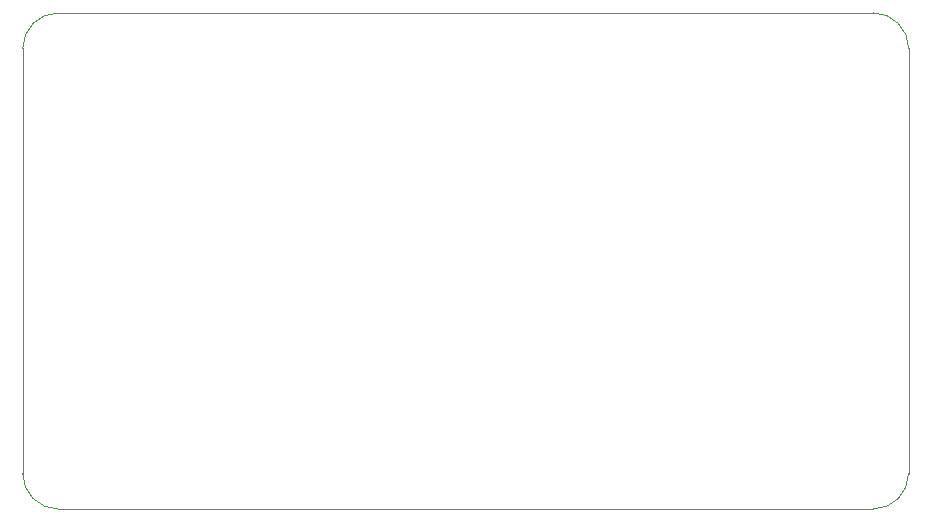
<source format=gbr>
G04 #@! TF.FileFunction,Profile,NP*
%FSLAX46Y46*%
G04 Gerber Fmt 4.6, Leading zero omitted, Abs format (unit mm)*
G04 Created by KiCad (PCBNEW 4.0.7-e2-6376~58~ubuntu16.04.1) date Wed Dec 26 14:08:54 2018*
%MOMM*%
%LPD*%
G01*
G04 APERTURE LIST*
%ADD10C,0.100000*%
G04 APERTURE END LIST*
D10*
X141000000Y-126000000D02*
G75*
G03X144000000Y-129000000I3000000J0D01*
G01*
X213000000Y-129000000D02*
G75*
G03X216000000Y-126000000I0J3000000D01*
G01*
X216000000Y-90000000D02*
G75*
G03X213000000Y-87000000I-3000000J0D01*
G01*
X144000000Y-87000000D02*
G75*
G03X141000000Y-90000000I0J-3000000D01*
G01*
X141000000Y-90000000D02*
X141000000Y-126000000D01*
X213000000Y-87000000D02*
X144000000Y-87000000D01*
X216000000Y-126000000D02*
X216000000Y-90000000D01*
X144000000Y-129000000D02*
X213000000Y-129000000D01*
M02*

</source>
